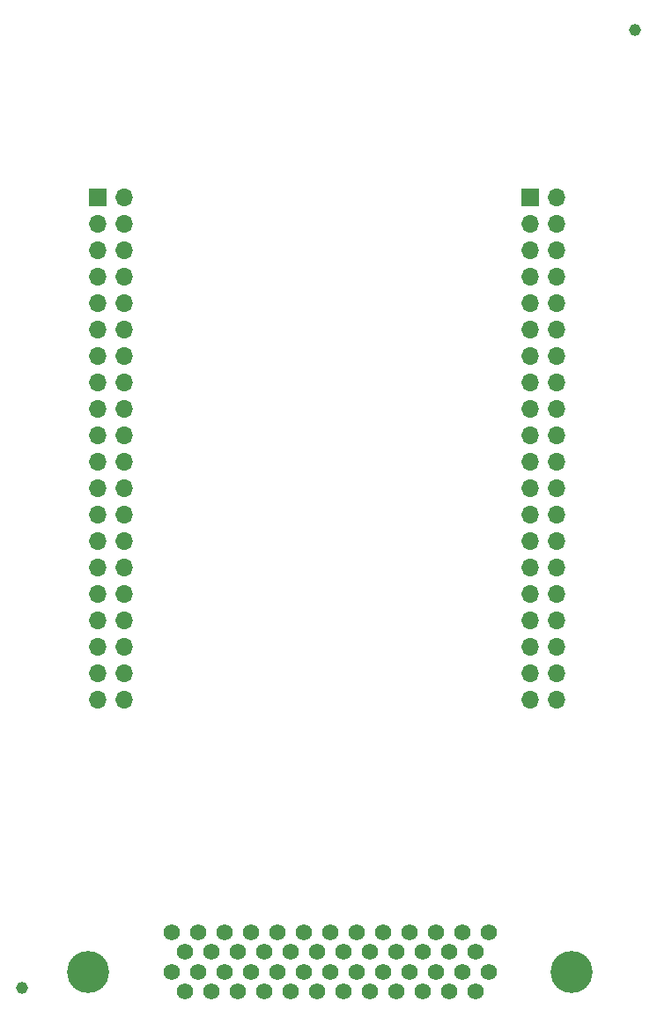
<source format=gbs>
%TF.GenerationSoftware,KiCad,Pcbnew,8.0.4*%
%TF.CreationDate,2024-12-14T22:45:00+01:00*%
%TF.ProjectId,SpicyLightFX3,53706963-794c-4696-9768-744658332e6b,rev?*%
%TF.SameCoordinates,Original*%
%TF.FileFunction,Soldermask,Bot*%
%TF.FilePolarity,Negative*%
%FSLAX46Y46*%
G04 Gerber Fmt 4.6, Leading zero omitted, Abs format (unit mm)*
G04 Created by KiCad (PCBNEW 8.0.4) date 2024-12-14 22:45:00*
%MOMM*%
%LPD*%
G01*
G04 APERTURE LIST*
%ADD10C,1.152000*%
%ADD11R,1.700000X1.700000*%
%ADD12O,1.700000X1.700000*%
%ADD13C,1.572000*%
%ADD14C,4.040000*%
G04 APERTURE END LIST*
D10*
%TO.C,H2*%
X62000000Y-126000000D03*
%TD*%
%TO.C,H1*%
X121000000Y-34000000D03*
%TD*%
D11*
%TO.C,J2*%
X110870000Y-50038000D03*
D12*
X113410000Y-50038000D03*
X110870000Y-52578000D03*
X113410000Y-52578000D03*
X110870000Y-55118000D03*
X113410000Y-55118000D03*
X110870000Y-57658000D03*
X113410000Y-57658000D03*
X110870000Y-60198000D03*
X113410000Y-60198000D03*
X110870000Y-62738000D03*
X113410000Y-62738000D03*
X110870000Y-65278000D03*
X113410000Y-65278000D03*
X110870000Y-67818000D03*
X113410000Y-67818000D03*
X110870000Y-70358000D03*
X113410000Y-70358000D03*
X110870000Y-72898000D03*
X113410000Y-72898000D03*
X110870000Y-75438000D03*
X113410000Y-75438000D03*
X110870000Y-77978000D03*
X113410000Y-77978000D03*
X110870000Y-80518000D03*
X113410000Y-80518000D03*
X110870000Y-83058000D03*
X113410000Y-83058000D03*
X110870000Y-85598000D03*
X113410000Y-85598000D03*
X110870000Y-88138000D03*
X113410000Y-88138000D03*
X110870000Y-90678000D03*
X113410000Y-90678000D03*
X110870000Y-93218000D03*
X113410000Y-93218000D03*
X110870000Y-95758000D03*
X113410000Y-95758000D03*
X110870000Y-98298000D03*
X113410000Y-98298000D03*
%TD*%
D11*
%TO.C,J1*%
X69342000Y-50038000D03*
D12*
X71882000Y-50038000D03*
X69342000Y-52578000D03*
X71882000Y-52578000D03*
X69342000Y-55118000D03*
X71882000Y-55118000D03*
X69342000Y-57658000D03*
X71882000Y-57658000D03*
X69342000Y-60198000D03*
X71882000Y-60198000D03*
X69342000Y-62738000D03*
X71882000Y-62738000D03*
X69342000Y-65278000D03*
X71882000Y-65278000D03*
X69342000Y-67818000D03*
X71882000Y-67818000D03*
X69342000Y-70358000D03*
X71882000Y-70358000D03*
X69342000Y-72898000D03*
X71882000Y-72898000D03*
X69342000Y-75438000D03*
X71882000Y-75438000D03*
X69342000Y-77978000D03*
X71882000Y-77978000D03*
X69342000Y-80518000D03*
X71882000Y-80518000D03*
X69342000Y-83058000D03*
X71882000Y-83058000D03*
X69342000Y-85598000D03*
X71882000Y-85598000D03*
X69342000Y-88138000D03*
X71882000Y-88138000D03*
X69342000Y-90678000D03*
X71882000Y-90678000D03*
X69342000Y-93218000D03*
X71882000Y-93218000D03*
X69342000Y-95758000D03*
X71882000Y-95758000D03*
X69342000Y-98298000D03*
X71882000Y-98298000D03*
%TD*%
D13*
%TO.C,U1*%
X106883200Y-120660000D03*
X105613200Y-122560000D03*
X104343200Y-120660000D03*
X103073200Y-122560000D03*
X101803200Y-120660000D03*
X100533200Y-122560000D03*
X99263200Y-120660000D03*
X97993200Y-122560000D03*
X96723200Y-120660000D03*
X95453200Y-122560000D03*
X94183200Y-120660000D03*
X92913200Y-122560000D03*
X91643200Y-120660000D03*
X90373200Y-122560000D03*
X89103200Y-120660000D03*
X87833200Y-122560000D03*
X86563200Y-120660000D03*
X85293200Y-122560000D03*
X84023200Y-120660000D03*
X82753200Y-122560000D03*
X81483200Y-120660000D03*
X80213200Y-122560000D03*
X78943200Y-120660000D03*
X77673200Y-122560000D03*
X76403200Y-120660000D03*
X106883200Y-124460000D03*
X105613200Y-126360000D03*
X104343200Y-124460000D03*
X103073200Y-126360000D03*
X101803200Y-124460000D03*
X100533200Y-126360000D03*
X99263200Y-124460000D03*
X97993200Y-126360000D03*
X96723200Y-124460000D03*
X95453200Y-126360000D03*
X94183200Y-124460000D03*
X92913200Y-126360000D03*
X91643200Y-124460000D03*
X90373200Y-126360000D03*
X89103200Y-124460000D03*
X87833200Y-126360000D03*
X86563200Y-124460000D03*
X85293200Y-126360000D03*
X84023200Y-124460000D03*
X82753200Y-126360000D03*
X81483200Y-124460000D03*
X80213200Y-126360000D03*
X78943200Y-124460000D03*
X77673200Y-126360000D03*
X76403200Y-124460000D03*
D14*
X114883200Y-124460000D03*
X68403200Y-124460000D03*
%TD*%
M02*

</source>
